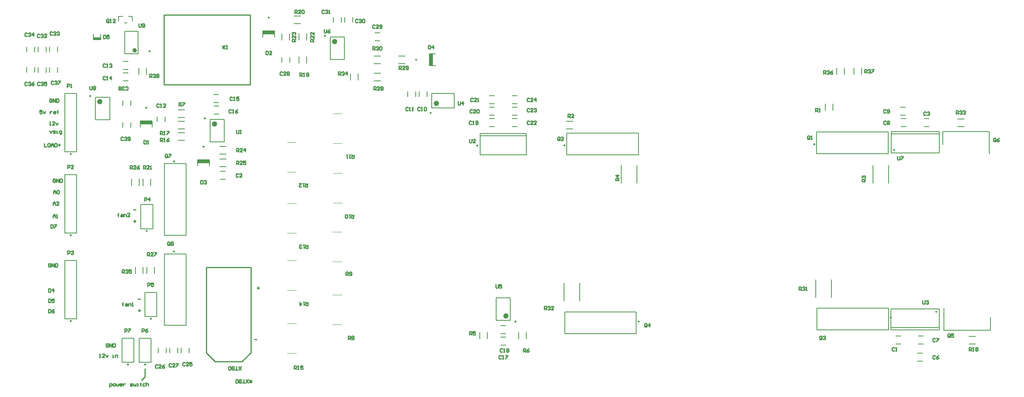
<source format=gbr>
G04*
G04 #@! TF.GenerationSoftware,Altium Limited,Altium Designer,24.1.2 (44)*
G04*
G04 Layer_Color=65535*
%FSLAX25Y25*%
%MOIN*%
G70*
G04*
G04 #@! TF.SameCoordinates,DAD59E85-0841-476F-99BD-E5F442491B29*
G04*
G04*
G04 #@! TF.FilePolarity,Positive*
G04*
G01*
G75*
%ADD10C,0.00984*%
%ADD11C,0.02362*%
%ADD12C,0.01968*%
%ADD13C,0.00787*%
%ADD14C,0.00394*%
%ADD15C,0.01000*%
%ADD16R,0.10236X0.03062*%
%ADD17R,0.03062X0.10236*%
%ADD18R,0.06248X0.02000*%
D10*
X1534075Y525216D02*
G03*
X1534075Y525216I-492J0D01*
G01*
X1417146Y553543D02*
G03*
X1417146Y553543I-492J0D01*
G01*
X1819248Y374727D02*
G03*
X1819248Y374727I-492J0D01*
G01*
X1275492Y636850D02*
G03*
X1275492Y636850I-492J0D01*
G01*
X1404390Y600000D02*
G03*
X1404390Y600000I-492J0D01*
G01*
X1324764Y620847D02*
G03*
X1324764Y620847I-492J0D01*
G01*
X1457854Y525000D02*
G03*
X1457854Y525000I-492J0D01*
G01*
X1192709Y432417D02*
G03*
X1192709Y432417I-492J0D01*
G01*
X1119492Y568347D02*
G03*
X1119492Y568347I-492J0D01*
G01*
X1752366Y526154D02*
G03*
X1752366Y526154I-492J0D01*
G01*
X1822203Y521174D02*
G03*
X1822203Y521174I-492J0D01*
G01*
X1167492Y333638D02*
G03*
X1167492Y333638I-492J0D01*
G01*
X1152492D02*
G03*
X1152492Y333638I-492J0D01*
G01*
X1598799Y371181D02*
G03*
X1598799Y371181I-492J0D01*
G01*
X1171437Y607500D02*
G03*
X1171437Y607500I-492J0D01*
G01*
X1491220Y371153D02*
G03*
X1491220Y371153I-492J0D01*
G01*
X1192709Y511197D02*
G03*
X1192709Y511197I-492J0D01*
G01*
X1102492Y371638D02*
G03*
X1102492Y371638I-492J0D01*
G01*
Y446638D02*
G03*
X1102492Y446638I-492J0D01*
G01*
Y517638D02*
G03*
X1102492Y517638I-492J0D01*
G01*
X1172492Y373638D02*
G03*
X1172492Y373638I-492J0D01*
G01*
X1168890Y450528D02*
G03*
X1168890Y450528I-492J0D01*
G01*
X1858996Y379724D02*
G03*
X1858996Y379724I-492J0D01*
G01*
X1218492Y524102D02*
G03*
X1218492Y524102I-492J0D01*
G01*
X1219764Y548846D02*
G03*
X1219764Y548846I-492J0D01*
G01*
X1168492Y558102D02*
G03*
X1168492Y558102I-492J0D01*
G01*
D11*
X1422776Y561909D02*
G03*
X1422776Y561909I-1181J0D01*
G01*
X1333819Y615906D02*
G03*
X1333819Y615906I-1181J0D01*
G01*
X1128547Y563406D02*
G03*
X1128547Y563406I-1181J0D01*
G01*
X1483543Y376095D02*
G03*
X1483543Y376095I-1181J0D01*
G01*
X1228819Y543905D02*
G03*
X1228819Y543905I-1181J0D01*
G01*
D12*
X1158839Y608209D02*
G03*
X1158839Y608209I-984J0D01*
G01*
D13*
X1535650Y516910D02*
X1598130D01*
Y535886D01*
X1535650D02*
X1598130D01*
X1535650Y516910D02*
Y535886D01*
X1467835Y548543D02*
X1472165D01*
X1467835Y541457D02*
X1472165D01*
X1467835Y568543D02*
X1472165D01*
X1467835Y561457D02*
X1472165D01*
X1467835Y558543D02*
X1472165D01*
X1467835Y551457D02*
X1472165D01*
X1487835D02*
X1492165D01*
X1487835Y558543D02*
X1492165D01*
X1487835Y541457D02*
X1492165D01*
X1487835Y548543D02*
X1492165D01*
X1487835Y561457D02*
X1492165D01*
X1487835Y568543D02*
X1492165D01*
X1154543Y559835D02*
Y564165D01*
X1147457Y559835D02*
Y564165D01*
X1417657Y557972D02*
X1437342D01*
X1417657Y570571D02*
X1437342D01*
X1417657Y557972D02*
Y570571D01*
X1437342Y557972D02*
Y570571D01*
X1367835Y616457D02*
X1372165D01*
X1367835Y623543D02*
X1372165D01*
X1754208Y383034D02*
X1816689D01*
X1754208Y364058D02*
Y383034D01*
Y364058D02*
X1816689D01*
Y383034D01*
X1827323Y551457D02*
X1831654D01*
X1827323Y558543D02*
X1831654D01*
X1827835Y541457D02*
X1832165D01*
X1827835Y548543D02*
X1832165D01*
X1388445Y603346D02*
X1394153D01*
X1388445Y596654D02*
X1394153D01*
X1269882Y625236D02*
X1280118D01*
X1269882Y619976D02*
Y625236D01*
X1280118D02*
X1280118Y625236D01*
Y619976D02*
Y625236D01*
X1297146Y631653D02*
X1302854D01*
X1297146Y638346D02*
X1302854D01*
X1301653Y617146D02*
Y622854D01*
X1308346Y617146D02*
Y622854D01*
X1301653Y597146D02*
Y602854D01*
X1308346Y597146D02*
Y602854D01*
X1331457Y632835D02*
Y637165D01*
X1338543Y632835D02*
Y637165D01*
X1286457Y597835D02*
Y602165D01*
X1293543Y597835D02*
Y602165D01*
X1346653Y582146D02*
Y587854D01*
X1353347Y582146D02*
Y587854D01*
X1367146Y581653D02*
X1372854D01*
X1367146Y588346D02*
X1372854D01*
X1415512Y594882D02*
Y605118D01*
Y594882D02*
X1420772D01*
X1415512Y605118D02*
X1415512Y605118D01*
X1420772D01*
X1328701Y600157D02*
Y619842D01*
X1341299Y600157D02*
Y619842D01*
X1328701D02*
X1341299D01*
X1328701Y600157D02*
X1341299D01*
X1341457Y632835D02*
Y637165D01*
X1348543Y632835D02*
Y637165D01*
X1367146Y603346D02*
X1372854D01*
X1367146Y596654D02*
X1372854D01*
X1459921Y516968D02*
Y535472D01*
X1500079Y516968D02*
Y535472D01*
X1459921Y516968D02*
X1500079D01*
X1459921Y535472D02*
X1500079D01*
X1459921Y533504D02*
X1500079D01*
X1073457Y606835D02*
Y611165D01*
X1080543Y606835D02*
Y611165D01*
X1063457Y606835D02*
Y611165D01*
X1070543Y606835D02*
Y611165D01*
X1083457Y606835D02*
Y611165D01*
X1090543Y606835D02*
Y611165D01*
X1293347Y617146D02*
Y622854D01*
X1286654Y617146D02*
Y622854D01*
X1183909Y430350D02*
X1202886D01*
Y367870D02*
Y430350D01*
X1183909Y367870D02*
X1202886D01*
X1183909D02*
Y430350D01*
X1168653Y413146D02*
Y418854D01*
X1175346Y413146D02*
Y418854D01*
X1158654Y413146D02*
Y418854D01*
X1165347Y413146D02*
Y418854D01*
X1123429Y547657D02*
Y567343D01*
X1136028Y547657D02*
Y567343D01*
X1123429D02*
X1136028D01*
X1123429Y547657D02*
X1136028D01*
X1753941Y517847D02*
Y536824D01*
X1816421D01*
Y517847D02*
Y536824D01*
X1753941Y517847D02*
X1816421D01*
X1819152Y535150D02*
X1861278D01*
X1819152Y537119D02*
X1861278D01*
X1819152Y518615D02*
X1861278D01*
X1819152D02*
Y537119D01*
X1861278Y518615D02*
Y537119D01*
X1864339Y525767D02*
Y537263D01*
X1904851D01*
Y517775D02*
Y537263D01*
X1877146Y541653D02*
X1882854D01*
X1877146Y548347D02*
X1882854D01*
X1847835Y541457D02*
X1852165D01*
X1847835Y548543D02*
X1852165D01*
X1793346Y587146D02*
Y592854D01*
X1786654Y587146D02*
Y592854D01*
X1865195Y363504D02*
Y382992D01*
Y363504D02*
X1905706D01*
Y375000D01*
X1161705Y356591D02*
X1172295D01*
X1161705Y335409D02*
Y356591D01*
Y335409D02*
X1172295D01*
Y356591D01*
X1146705D02*
X1157295D01*
X1146705Y335409D02*
Y356591D01*
Y335409D02*
X1157295D01*
Y356591D01*
X1195543Y343835D02*
Y348165D01*
X1188457Y343835D02*
Y348165D01*
X1185543Y343835D02*
Y348165D01*
X1178457Y343835D02*
Y348165D01*
X1205543Y343835D02*
Y348165D01*
X1198457Y343835D02*
Y348165D01*
X1147457Y540835D02*
Y545165D01*
X1154543Y540835D02*
Y545165D01*
X1778346Y587146D02*
Y592854D01*
X1771654Y587146D02*
Y592854D01*
X1083457Y588835D02*
Y593165D01*
X1090543Y588835D02*
Y593165D01*
X1063457Y589323D02*
Y593653D01*
X1070543Y589323D02*
Y593653D01*
X1073457Y588835D02*
Y593165D01*
X1080543Y588835D02*
Y593165D01*
X1596240Y360512D02*
Y379488D01*
X1533760Y360512D02*
X1596240D01*
X1533760D02*
Y379488D01*
X1596240D01*
X1147835Y581457D02*
X1152165D01*
X1147835Y588543D02*
X1152165D01*
X1160905Y605158D02*
Y624843D01*
X1149094D02*
X1160905D01*
X1149094Y605158D02*
Y624843D01*
Y605158D02*
X1160905D01*
X1147835Y591457D02*
X1152165D01*
X1147835Y598543D02*
X1152165D01*
X1227323Y559543D02*
X1231653D01*
X1227323Y552457D02*
X1231653D01*
X1226835Y569543D02*
X1231165D01*
X1226835Y562457D02*
X1231165D01*
X1477835Y367543D02*
X1482165D01*
X1477835Y360457D02*
X1482165D01*
X1477835Y357543D02*
X1482165D01*
X1477835Y350457D02*
X1482165D01*
X1473701Y391843D02*
X1486299D01*
X1473701Y372158D02*
X1486299D01*
X1473701D02*
Y391843D01*
X1486299Y372158D02*
Y391843D01*
X1583291Y492231D02*
Y507769D01*
X1596709Y492231D02*
Y507769D01*
X1803291Y492231D02*
Y507769D01*
X1816709Y492231D02*
Y507769D01*
X1500346Y356146D02*
Y361854D01*
X1493653Y356146D02*
Y361854D01*
X1466346Y356146D02*
Y361854D01*
X1459653Y356146D02*
Y361854D01*
X1183909Y446650D02*
Y509130D01*
Y446650D02*
X1202886D01*
Y509130D01*
X1183909D02*
X1202886D01*
X1096705Y424590D02*
X1107295D01*
X1096705Y373410D02*
Y424590D01*
Y373410D02*
X1107295D01*
Y424590D01*
X1096705Y499590D02*
X1107295D01*
X1096705Y448410D02*
Y499590D01*
Y448410D02*
X1107295D01*
Y499590D01*
X1096705Y570590D02*
X1107295D01*
X1096705Y519410D02*
Y570590D01*
Y519410D02*
X1107295D01*
Y570590D01*
X1166705Y396590D02*
X1177295D01*
X1166705Y375410D02*
Y396590D01*
Y375410D02*
X1177295D01*
Y396590D01*
X1163102Y473480D02*
X1173693D01*
X1163102Y452299D02*
Y473480D01*
Y452299D02*
X1173693D01*
Y473480D01*
X1171744Y490035D02*
Y495744D01*
X1165051Y490035D02*
Y495744D01*
X1161744Y490035D02*
Y495744D01*
X1155051Y490035D02*
Y495744D01*
X1887146Y351654D02*
X1892854D01*
X1887146Y358347D02*
X1892854D01*
X1232146Y517654D02*
X1237854D01*
X1232146Y524346D02*
X1237854D01*
X1818937Y363779D02*
Y382283D01*
X1861063Y363779D02*
Y382283D01*
X1818937D02*
X1861063D01*
X1818937Y363779D02*
X1861063D01*
X1818937Y365748D02*
X1861063D01*
X1232146Y506653D02*
X1237854D01*
X1232146Y513346D02*
X1237854D01*
X1223118Y507228D02*
Y512488D01*
X1223118Y512488D02*
X1223118Y512488D01*
X1212882Y507228D02*
Y512488D01*
X1223118D01*
X1842835Y358543D02*
X1847165D01*
X1842835Y351457D02*
X1847165D01*
X1842323Y343543D02*
X1846654D01*
X1842323Y336457D02*
X1846654D01*
X1232835Y502543D02*
X1237165D01*
X1232835Y495457D02*
X1237165D01*
X1823347Y351457D02*
X1827677D01*
X1823347Y358543D02*
X1827677D01*
X1403543Y567835D02*
Y572165D01*
X1396457Y567835D02*
Y572165D01*
X1413543Y567835D02*
Y572165D01*
X1406457Y567835D02*
Y572165D01*
X1535146Y546347D02*
X1540854D01*
X1535146Y539653D02*
X1540854D01*
X1768346Y555847D02*
Y561555D01*
X1761654Y555847D02*
Y561555D01*
X1223701Y528158D02*
X1236299D01*
X1223701Y547843D02*
X1236299D01*
Y528158D02*
Y547843D01*
X1223701Y528158D02*
Y547843D01*
X1195846Y556347D02*
X1201555D01*
X1195846Y549653D02*
X1201555D01*
X1546709Y389241D02*
Y404780D01*
X1533291Y389241D02*
Y404780D01*
X1766709Y392231D02*
Y407769D01*
X1753291Y392231D02*
Y407769D01*
X1177457Y545835D02*
Y550165D01*
X1184543Y545835D02*
Y550165D01*
X1173118Y541228D02*
Y546488D01*
X1173118Y546488D02*
X1173118Y546488D01*
X1162882Y541228D02*
Y546488D01*
X1173118D01*
X1195846Y546347D02*
X1201555D01*
X1195846Y539653D02*
X1201555D01*
X1195846Y529654D02*
X1201555D01*
X1195846Y536346D02*
X1201555D01*
X1121949Y617500D02*
X1128051D01*
X1121949D02*
Y622500D01*
X1128051Y617500D02*
Y622500D01*
X1168347Y587146D02*
Y592854D01*
X1161654Y587146D02*
Y592854D01*
X1148826Y632244D02*
X1151174D01*
X1155984Y634026D02*
Y637756D01*
X1144016D02*
X1147424D01*
X1152576D02*
X1155984D01*
X1144016Y634026D02*
Y637756D01*
D14*
X1331063Y527008D02*
X1338937D01*
X1331063Y552992D02*
X1338937D01*
X1331299Y500768D02*
X1339173D01*
X1331299Y474784D02*
X1339173D01*
X1330827Y449488D02*
X1338701D01*
X1330827Y423504D02*
X1338701D01*
X1330827Y394488D02*
X1338701D01*
X1330827Y368504D02*
X1338701D01*
X1291299Y369488D02*
X1299173D01*
X1291299Y343504D02*
X1299173D01*
X1291299Y424488D02*
X1299173D01*
X1291299Y398504D02*
X1299173D01*
X1291299Y474488D02*
X1299173D01*
X1291299Y448504D02*
X1299173D01*
X1291063Y527992D02*
X1298937D01*
X1291063Y502008D02*
X1298937D01*
D15*
X1164000Y320000D02*
X1167000Y323000D01*
Y330000D01*
X1228189Y336311D02*
X1251811D01*
X1252000Y336500D01*
X1259500Y344000D01*
X1220500D02*
X1228189Y336311D01*
X1259500Y344000D02*
Y348028D01*
X1220500Y344000D02*
Y418500D01*
X1220524D02*
X1259500D01*
Y348028D02*
Y418500D01*
X1183583Y639134D02*
X1258780D01*
Y578110D02*
Y639134D01*
X1183583Y578110D02*
X1258780D01*
X1183583D02*
Y639134D01*
X1079000Y526999D02*
Y524000D01*
X1080999D01*
X1083499Y526999D02*
X1082499D01*
X1081999Y526499D01*
Y524500D01*
X1082499Y524000D01*
X1083499D01*
X1083998Y524500D01*
Y526499D01*
X1083499Y526999D01*
X1084998Y524000D02*
Y525999D01*
X1085998Y526999D01*
X1086997Y525999D01*
Y524000D01*
Y525499D01*
X1084998D01*
X1087997Y526999D02*
Y524000D01*
X1089497D01*
X1089996Y524500D01*
Y526499D01*
X1089497Y526999D01*
X1087997D01*
X1090996Y525499D02*
X1092995D01*
X1091996Y526499D02*
Y524500D01*
X1083386Y537996D02*
X1084386Y535996D01*
X1085386Y537996D01*
X1086385Y535996D02*
X1087885D01*
X1088385Y536496D01*
X1087885Y536996D01*
X1086885D01*
X1086385Y537496D01*
X1086885Y537996D01*
X1088385D01*
X1089384Y535996D02*
X1090384D01*
X1089884D01*
Y537996D01*
X1089384D01*
X1092883Y534997D02*
X1093383D01*
X1093883Y535497D01*
Y537996D01*
X1092383D01*
X1091884Y537496D01*
Y536496D01*
X1092383Y535996D01*
X1093883D01*
X1083386Y542997D02*
X1084386D01*
X1083886D01*
Y545996D01*
X1083386Y545496D01*
X1087885Y542997D02*
X1085886D01*
X1087885Y544996D01*
Y545496D01*
X1087385Y545996D01*
X1086385D01*
X1085886Y545496D01*
X1088885Y544996D02*
X1089884Y542997D01*
X1090884Y544996D01*
X1076999Y555999D02*
X1075000D01*
Y554499D01*
X1076000Y554999D01*
X1076499D01*
X1076999Y554499D01*
Y553500D01*
X1076499Y553000D01*
X1075500D01*
X1075000Y553500D01*
X1077999Y554999D02*
X1078999Y553000D01*
X1079998Y554999D01*
X1083997D02*
Y553000D01*
Y554000D01*
X1084497Y554499D01*
X1084997Y554999D01*
X1085497D01*
X1088496Y553000D02*
X1087496D01*
X1086996Y553500D01*
Y554499D01*
X1087496Y554999D01*
X1088496D01*
X1088995Y554499D01*
Y554000D01*
X1086996D01*
X1090495Y553000D02*
Y555499D01*
Y554499D01*
X1089995D01*
X1090995D01*
X1090495D01*
Y555499D01*
X1090995Y555999D01*
X1085386Y565496D02*
X1084886Y565996D01*
X1083886D01*
X1083386Y565496D01*
Y563496D01*
X1083886Y562997D01*
X1084886D01*
X1085386Y563496D01*
Y564496D01*
X1084386D01*
X1086385Y562997D02*
Y565996D01*
X1088385Y562997D01*
Y565996D01*
X1089384D02*
Y562997D01*
X1090884D01*
X1091384Y563496D01*
Y565496D01*
X1090884Y565996D01*
X1089384D01*
X1157000Y459000D02*
X1158999D01*
X1158000Y459999D02*
Y458000D01*
X1157000Y469000D02*
X1158999D01*
X1143500Y463000D02*
Y465499D01*
Y464500D01*
X1143000D01*
X1144000D01*
X1143500D01*
Y465499D01*
X1144000Y465999D01*
X1145999Y464999D02*
X1146999D01*
X1147499Y464500D01*
Y463000D01*
X1145999D01*
X1145499Y463500D01*
X1145999Y464000D01*
X1147499D01*
X1148498Y463000D02*
Y464999D01*
X1149998D01*
X1150498Y464500D01*
Y463000D01*
X1153497D02*
X1151497D01*
X1153497Y464999D01*
Y465499D01*
X1152997Y465999D01*
X1151997D01*
X1151497Y465499D01*
X1147500Y385000D02*
Y387499D01*
Y386500D01*
X1147000D01*
X1148000D01*
X1147500D01*
Y387499D01*
X1148000Y387999D01*
X1149999Y386999D02*
X1150999D01*
X1151499Y386500D01*
Y385000D01*
X1149999D01*
X1149499Y385500D01*
X1149999Y386000D01*
X1151499D01*
X1152498Y385000D02*
Y386999D01*
X1153998D01*
X1154498Y386500D01*
Y385000D01*
X1155497D02*
X1156497D01*
X1155997D01*
Y387999D01*
X1155497Y387499D01*
X1161000Y391000D02*
X1162999D01*
X1161000Y381000D02*
X1162999D01*
X1162000Y381999D02*
Y380000D01*
X1136000Y314000D02*
Y316999D01*
X1137500D01*
X1137999Y316499D01*
Y315499D01*
X1137500Y315000D01*
X1136000D01*
X1139499D02*
X1140499D01*
X1140998Y315499D01*
Y316499D01*
X1140499Y316999D01*
X1139499D01*
X1138999Y316499D01*
Y315499D01*
X1139499Y315000D01*
X1141998Y316999D02*
Y315499D01*
X1142498Y315000D01*
X1142998Y315499D01*
X1143498Y315000D01*
X1143997Y315499D01*
Y316999D01*
X1146497Y315000D02*
X1145497D01*
X1144997Y315499D01*
Y316499D01*
X1145497Y316999D01*
X1146497D01*
X1146996Y316499D01*
Y315999D01*
X1144997D01*
X1147996Y316999D02*
Y315000D01*
Y315999D01*
X1148496Y316499D01*
X1148996Y316999D01*
X1149496D01*
X1153994Y315000D02*
X1155494D01*
X1155993Y315499D01*
X1155494Y315999D01*
X1154494D01*
X1153994Y316499D01*
X1154494Y316999D01*
X1155993D01*
X1156993D02*
Y315499D01*
X1157493Y315000D01*
X1157993Y315499D01*
X1158493Y315000D01*
X1158993Y315499D01*
Y316999D01*
X1159992Y315000D02*
X1160992D01*
X1160492D01*
Y316999D01*
X1159992D01*
X1162991Y317499D02*
Y316999D01*
X1162491D01*
X1163491D01*
X1162991D01*
Y315499D01*
X1163491Y315000D01*
X1166990Y316999D02*
X1165491D01*
X1164991Y316499D01*
Y315499D01*
X1165491Y315000D01*
X1166990D01*
X1167990Y317999D02*
Y315000D01*
Y316499D01*
X1168489Y316999D01*
X1169489D01*
X1169989Y316499D01*
Y315000D01*
X1127000Y340000D02*
X1128000D01*
X1127500D01*
Y342999D01*
X1127000Y342499D01*
X1131499Y340000D02*
X1129499D01*
X1131499Y341999D01*
Y342499D01*
X1130999Y342999D01*
X1129999D01*
X1129499Y342499D01*
X1132498Y341999D02*
X1133498Y340000D01*
X1134498Y341999D01*
X1138496Y340000D02*
X1139496D01*
X1138996D01*
Y341999D01*
X1138496D01*
X1140996Y340000D02*
Y341999D01*
X1142495D01*
X1142995Y341499D01*
Y340000D01*
X1134999Y351499D02*
X1134499Y351999D01*
X1133500D01*
X1133000Y351499D01*
Y349500D01*
X1133500Y349000D01*
X1134499D01*
X1134999Y349500D01*
Y350500D01*
X1134000D01*
X1135999Y349000D02*
Y351999D01*
X1137998Y349000D01*
Y351999D01*
X1138998D02*
Y349000D01*
X1140498D01*
X1140997Y349500D01*
Y351499D01*
X1140498Y351999D01*
X1138998D01*
X1082386Y381996D02*
Y378997D01*
X1083886D01*
X1084386Y379497D01*
Y381496D01*
X1083886Y381996D01*
X1082386D01*
X1087385D02*
X1086385Y381496D01*
X1085385Y380496D01*
Y379497D01*
X1085885Y378997D01*
X1086885D01*
X1087385Y379497D01*
Y379996D01*
X1086885Y380496D01*
X1085385D01*
X1082386Y390996D02*
Y387997D01*
X1083886D01*
X1084386Y388496D01*
Y390496D01*
X1083886Y390996D01*
X1082386D01*
X1087385D02*
X1085385D01*
Y389496D01*
X1086385Y389996D01*
X1086885D01*
X1087385Y389496D01*
Y388496D01*
X1086885Y387997D01*
X1085885D01*
X1085385Y388496D01*
X1082386Y399996D02*
Y396997D01*
X1083886D01*
X1084386Y397497D01*
Y399496D01*
X1083886Y399996D01*
X1082386D01*
X1086885Y396997D02*
Y399996D01*
X1085385Y398496D01*
X1087385D01*
X1084386Y421496D02*
X1083886Y421996D01*
X1082886D01*
X1082386Y421496D01*
Y419496D01*
X1082886Y418997D01*
X1083886D01*
X1084386Y419496D01*
Y420496D01*
X1083386D01*
X1085385Y418997D02*
Y421996D01*
X1087385Y418997D01*
Y421996D01*
X1088385D02*
Y418997D01*
X1089884D01*
X1090384Y419496D01*
Y421496D01*
X1089884Y421996D01*
X1088385D01*
X1088386Y495496D02*
X1087886Y495996D01*
X1086886D01*
X1086386Y495496D01*
Y493497D01*
X1086886Y492997D01*
X1087886D01*
X1088386Y493497D01*
Y494496D01*
X1087386D01*
X1089385Y492997D02*
Y495996D01*
X1091385Y492997D01*
Y495996D01*
X1092385D02*
Y492997D01*
X1093884D01*
X1094384Y493497D01*
Y495496D01*
X1093884Y495996D01*
X1092385D01*
X1084386Y455996D02*
Y452997D01*
X1085886D01*
X1086386Y453497D01*
Y455496D01*
X1085886Y455996D01*
X1084386D01*
X1087385D02*
X1089385D01*
Y455496D01*
X1087385Y453497D01*
Y452997D01*
X1086386Y461997D02*
Y463996D01*
X1087386Y464996D01*
X1088386Y463996D01*
Y461997D01*
Y463496D01*
X1086386D01*
X1089385Y461997D02*
X1090385D01*
X1089885D01*
Y464996D01*
X1089385Y464496D01*
X1086386Y472997D02*
Y474996D01*
X1087386Y475996D01*
X1088386Y474996D01*
Y472997D01*
Y474496D01*
X1086386D01*
X1091385Y472997D02*
X1089385D01*
X1091385Y474996D01*
Y475496D01*
X1090885Y475996D01*
X1089885D01*
X1089385Y475496D01*
X1087000Y483000D02*
Y484999D01*
X1088000Y485999D01*
X1088999Y484999D01*
Y483000D01*
Y484500D01*
X1087000D01*
X1089999Y485499D02*
X1090499Y485999D01*
X1091499D01*
X1091998Y485499D01*
Y483500D01*
X1091499Y483000D01*
X1090499D01*
X1089999Y483500D01*
Y485499D01*
X1262500Y355500D02*
X1264499D01*
X1267000Y400500D02*
X1265001D01*
X1266000Y399501D02*
Y401500D01*
X1251000Y329001D02*
X1249001Y332000D01*
Y329001D02*
X1251000Y332000D01*
X1248001Y329001D02*
X1246002D01*
X1247001D01*
Y332000D01*
X1245002Y331500D02*
X1244502Y332000D01*
X1243502D01*
X1243003Y331500D01*
Y329501D01*
X1243502Y329001D01*
X1244502D01*
X1245002Y329501D01*
Y330001D01*
X1244502Y330501D01*
X1243003D01*
X1242003Y329501D02*
X1241503Y329001D01*
X1240503D01*
X1240004Y329501D01*
Y331500D01*
X1240503Y332000D01*
X1241503D01*
X1242003Y331500D01*
Y329501D01*
X1870500Y358000D02*
Y360000D01*
X1870000Y360500D01*
X1869001D01*
X1868501Y360000D01*
Y358000D01*
X1869001Y357501D01*
X1870000D01*
X1869501Y358500D02*
X1870500Y357501D01*
X1870000D02*
X1870500Y358000D01*
X1873499Y360500D02*
X1871500D01*
Y359000D01*
X1872499Y359500D01*
X1872999D01*
X1873499Y359000D01*
Y358000D01*
X1872999Y357501D01*
X1872000D01*
X1871500Y358000D01*
X1118577Y576849D02*
Y574349D01*
X1119077Y573849D01*
X1120077D01*
X1120577Y574349D01*
Y576849D01*
X1121577Y576349D02*
X1122076Y576849D01*
X1123076D01*
X1123576Y576349D01*
Y575849D01*
X1123076Y575349D01*
X1123576Y574849D01*
Y574349D01*
X1123076Y573849D01*
X1122076D01*
X1121577Y574349D01*
Y574849D01*
X1122076Y575349D01*
X1121577Y575849D01*
Y576349D01*
X1122076Y575349D02*
X1123076D01*
X1450501Y530500D02*
Y528000D01*
X1451001Y527500D01*
X1452000D01*
X1452500Y528000D01*
Y530500D01*
X1455499Y527500D02*
X1453500D01*
X1455499Y529500D01*
Y530000D01*
X1454999Y530500D01*
X1454000D01*
X1453500Y530000D01*
X1796001Y588500D02*
Y591500D01*
X1797501D01*
X1798001Y591000D01*
Y590000D01*
X1797501Y589500D01*
X1796001D01*
X1797001D02*
X1798001Y588500D01*
X1799000Y591000D02*
X1799500Y591500D01*
X1800500D01*
X1801000Y591000D01*
Y590500D01*
X1800500Y590000D01*
X1800000D01*
X1800500D01*
X1801000Y589500D01*
Y589000D01*
X1800500Y588500D01*
X1799500D01*
X1799000Y589000D01*
X1801999Y591500D02*
X1803999D01*
Y591000D01*
X1801999Y589000D01*
Y588500D01*
X1760001Y587500D02*
Y590499D01*
X1761501D01*
X1762001Y590000D01*
Y589000D01*
X1761501Y588500D01*
X1760001D01*
X1761001D02*
X1762001Y587500D01*
X1763000Y590000D02*
X1763500Y590499D01*
X1764500D01*
X1765000Y590000D01*
Y589500D01*
X1764500Y589000D01*
X1764000D01*
X1764500D01*
X1765000Y588500D01*
Y588000D01*
X1764500Y587500D01*
X1763500D01*
X1763000Y588000D01*
X1767999Y590499D02*
X1766999Y590000D01*
X1765999Y589000D01*
Y588000D01*
X1766499Y587500D01*
X1767499D01*
X1767999Y588000D01*
Y588500D01*
X1767499Y589000D01*
X1765999D01*
X1149349Y361949D02*
Y364949D01*
X1150849D01*
X1151348Y364449D01*
Y363449D01*
X1150849Y362949D01*
X1149349D01*
X1152348Y364949D02*
X1154348D01*
Y364449D01*
X1152348Y362449D01*
Y361949D01*
X1164349D02*
Y364949D01*
X1165849D01*
X1166348Y364449D01*
Y363449D01*
X1165849Y362949D01*
X1164349D01*
X1169348Y364949D02*
X1168348Y364449D01*
X1167348Y363449D01*
Y362449D01*
X1167848Y361949D01*
X1168848D01*
X1169348Y362449D01*
Y362949D01*
X1168848Y363449D01*
X1167348D01*
X1148001Y532000D02*
X1147501Y532500D01*
X1146501D01*
X1146001Y532000D01*
Y530000D01*
X1146501Y529500D01*
X1147501D01*
X1148001Y530000D01*
X1149000Y532000D02*
X1149500Y532500D01*
X1150500D01*
X1151000Y532000D01*
Y531500D01*
X1150500Y531000D01*
X1150000D01*
X1150500D01*
X1151000Y530500D01*
Y530000D01*
X1150500Y529500D01*
X1149500D01*
X1149000Y530000D01*
X1151999D02*
X1152499Y529500D01*
X1153499D01*
X1153999Y530000D01*
Y532000D01*
X1153499Y532500D01*
X1152499D01*
X1151999Y532000D01*
Y531500D01*
X1152499Y531000D01*
X1153999D01*
X1149999Y574000D02*
X1150499Y573500D01*
X1151499D01*
X1151999Y574000D01*
Y576000D01*
X1151499Y576500D01*
X1150499D01*
X1149999Y576000D01*
X1149000Y574000D02*
X1148500Y573500D01*
X1147500D01*
X1147000Y574000D01*
Y574500D01*
X1147500Y575000D01*
X1148000D01*
X1147500D01*
X1147000Y575500D01*
Y576000D01*
X1147500Y576500D01*
X1148500D01*
X1149000Y576000D01*
X1146001Y574000D02*
X1145501Y573500D01*
X1144501D01*
X1144001Y574000D01*
Y574500D01*
X1144501Y575000D01*
X1144001Y575500D01*
Y576000D01*
X1144501Y576500D01*
X1145501D01*
X1146001Y576000D01*
Y575500D01*
X1145501Y575000D01*
X1146001Y574500D01*
Y574000D01*
X1145501Y575000D02*
X1144501D01*
X1087001Y581000D02*
X1086501Y581499D01*
X1085501D01*
X1085001Y581000D01*
Y579000D01*
X1085501Y578501D01*
X1086501D01*
X1087001Y579000D01*
X1088000Y581000D02*
X1088500Y581499D01*
X1089500D01*
X1090000Y581000D01*
Y580500D01*
X1089500Y580000D01*
X1089000D01*
X1089500D01*
X1090000Y579500D01*
Y579000D01*
X1089500Y578501D01*
X1088500D01*
X1088000Y579000D01*
X1090999Y581499D02*
X1092999D01*
Y581000D01*
X1090999Y579000D01*
Y578501D01*
X1064001Y580000D02*
X1063501Y580500D01*
X1062501D01*
X1062001Y580000D01*
Y578000D01*
X1062501Y577500D01*
X1063501D01*
X1064001Y578000D01*
X1065000Y580000D02*
X1065500Y580500D01*
X1066500D01*
X1067000Y580000D01*
Y579500D01*
X1066500Y579000D01*
X1066000D01*
X1066500D01*
X1067000Y578500D01*
Y578000D01*
X1066500Y577500D01*
X1065500D01*
X1065000Y578000D01*
X1069999Y580500D02*
X1068999Y580000D01*
X1067999Y579000D01*
Y578000D01*
X1068499Y577500D01*
X1069499D01*
X1069999Y578000D01*
Y578500D01*
X1069499Y579000D01*
X1067999D01*
X1075001Y580000D02*
X1074501Y580500D01*
X1073501D01*
X1073001Y580000D01*
Y578000D01*
X1073501Y577500D01*
X1074501D01*
X1075001Y578000D01*
X1076000Y580000D02*
X1076500Y580500D01*
X1077500D01*
X1078000Y580000D01*
Y579500D01*
X1077500Y579000D01*
X1077000D01*
X1077500D01*
X1078000Y578500D01*
Y578000D01*
X1077500Y577500D01*
X1076500D01*
X1076000Y578000D01*
X1080999Y580500D02*
X1078999D01*
Y579000D01*
X1079999Y579500D01*
X1080499D01*
X1080999Y579000D01*
Y578000D01*
X1080499Y577500D01*
X1079499D01*
X1078999Y578000D01*
X1064001Y623000D02*
X1063501Y623499D01*
X1062501D01*
X1062001Y623000D01*
Y621000D01*
X1062501Y620501D01*
X1063501D01*
X1064001Y621000D01*
X1065000Y623000D02*
X1065500Y623499D01*
X1066500D01*
X1067000Y623000D01*
Y622500D01*
X1066500Y622000D01*
X1066000D01*
X1066500D01*
X1067000Y621500D01*
Y621000D01*
X1066500Y620501D01*
X1065500D01*
X1065000Y621000D01*
X1069499Y620501D02*
Y623499D01*
X1067999Y622000D01*
X1069999D01*
X1086001Y624000D02*
X1085501Y624500D01*
X1084501D01*
X1084001Y624000D01*
Y622000D01*
X1084501Y621500D01*
X1085501D01*
X1086001Y622000D01*
X1087000Y624000D02*
X1087500Y624500D01*
X1088500D01*
X1089000Y624000D01*
Y623500D01*
X1088500Y623000D01*
X1088000D01*
X1088500D01*
X1089000Y622500D01*
Y622000D01*
X1088500Y621500D01*
X1087500D01*
X1087000Y622000D01*
X1089999Y624000D02*
X1090499Y624500D01*
X1091499D01*
X1091999Y624000D01*
Y623500D01*
X1091499Y623000D01*
X1090999D01*
X1091499D01*
X1091999Y622500D01*
Y622000D01*
X1091499Y621500D01*
X1090499D01*
X1089999Y622000D01*
X1075001Y622000D02*
X1074501Y622500D01*
X1073501D01*
X1073001Y622000D01*
Y620000D01*
X1073501Y619500D01*
X1074501D01*
X1075001Y620000D01*
X1076000Y622000D02*
X1076500Y622500D01*
X1077500D01*
X1078000Y622000D01*
Y621500D01*
X1077500Y621000D01*
X1077000D01*
X1077500D01*
X1078000Y620500D01*
Y620000D01*
X1077500Y619500D01*
X1076500D01*
X1076000Y620000D01*
X1080999Y619500D02*
X1078999D01*
X1080999Y621500D01*
Y622000D01*
X1080499Y622500D01*
X1079499D01*
X1078999Y622000D01*
X1323501Y643000D02*
X1323001Y643500D01*
X1322001D01*
X1321501Y643000D01*
Y641000D01*
X1322001Y640500D01*
X1323001D01*
X1323501Y641000D01*
X1324500Y643000D02*
X1325000Y643500D01*
X1326000D01*
X1326499Y643000D01*
Y642500D01*
X1326000Y642000D01*
X1325500D01*
X1326000D01*
X1326499Y641500D01*
Y641000D01*
X1326000Y640500D01*
X1325000D01*
X1324500Y641000D01*
X1327499Y640500D02*
X1328499D01*
X1327999D01*
Y643500D01*
X1327499Y643000D01*
X1353001Y635000D02*
X1352501Y635499D01*
X1351501D01*
X1351001Y635000D01*
Y633000D01*
X1351501Y632501D01*
X1352501D01*
X1353001Y633000D01*
X1354000Y635000D02*
X1354500Y635499D01*
X1355500D01*
X1356000Y635000D01*
Y634500D01*
X1355500Y634000D01*
X1355000D01*
X1355500D01*
X1356000Y633500D01*
Y633000D01*
X1355500Y632501D01*
X1354500D01*
X1354000Y633000D01*
X1356999Y635000D02*
X1357499Y635499D01*
X1358499D01*
X1358999Y635000D01*
Y633000D01*
X1358499Y632501D01*
X1357499D01*
X1356999Y633000D01*
Y635000D01*
X1368001Y630000D02*
X1367501Y630500D01*
X1366501D01*
X1366001Y630000D01*
Y628000D01*
X1366501Y627500D01*
X1367501D01*
X1368001Y628000D01*
X1371000Y627500D02*
X1369000D01*
X1371000Y629500D01*
Y630000D01*
X1370500Y630500D01*
X1369500D01*
X1369000Y630000D01*
X1371999Y628000D02*
X1372499Y627500D01*
X1373499D01*
X1373999Y628000D01*
Y630000D01*
X1373499Y630500D01*
X1372499D01*
X1371999Y630000D01*
Y629500D01*
X1372499Y629000D01*
X1373999D01*
X1287001Y589000D02*
X1286501Y589500D01*
X1285501D01*
X1285001Y589000D01*
Y587000D01*
X1285501Y586501D01*
X1286501D01*
X1287001Y587000D01*
X1290000Y586501D02*
X1288000D01*
X1290000Y588500D01*
Y589000D01*
X1289500Y589500D01*
X1288500D01*
X1288000Y589000D01*
X1290999D02*
X1291499Y589500D01*
X1292499D01*
X1292999Y589000D01*
Y588500D01*
X1292499Y588000D01*
X1292999Y587500D01*
Y587000D01*
X1292499Y586501D01*
X1291499D01*
X1290999Y587000D01*
Y587500D01*
X1291499Y588000D01*
X1290999Y588500D01*
Y589000D01*
X1291499Y588000D02*
X1292499D01*
X1190001Y334000D02*
X1189501Y334500D01*
X1188501D01*
X1188001Y334000D01*
Y332000D01*
X1188501Y331501D01*
X1189501D01*
X1190001Y332000D01*
X1193000Y331501D02*
X1191000D01*
X1193000Y333500D01*
Y334000D01*
X1192500Y334500D01*
X1191500D01*
X1191000Y334000D01*
X1193999Y334500D02*
X1195999D01*
Y334000D01*
X1193999Y332000D01*
Y331501D01*
X1178001Y333000D02*
X1177501Y333500D01*
X1176501D01*
X1176001Y333000D01*
Y331000D01*
X1176501Y330501D01*
X1177501D01*
X1178001Y331000D01*
X1181000Y330501D02*
X1179000D01*
X1181000Y332500D01*
Y333000D01*
X1180500Y333500D01*
X1179500D01*
X1179000Y333000D01*
X1183999Y333500D02*
X1182999Y333000D01*
X1181999Y332000D01*
Y331000D01*
X1182499Y330501D01*
X1183499D01*
X1183999Y331000D01*
Y331500D01*
X1183499Y332000D01*
X1181999D01*
X1202001Y335000D02*
X1201501Y335500D01*
X1200501D01*
X1200001Y335000D01*
Y333000D01*
X1200501Y332501D01*
X1201501D01*
X1202001Y333000D01*
X1205000Y332501D02*
X1203000D01*
X1205000Y334500D01*
Y335000D01*
X1204500Y335500D01*
X1203500D01*
X1203000Y335000D01*
X1207999Y335500D02*
X1205999D01*
Y334000D01*
X1206999Y334500D01*
X1207499D01*
X1207999Y334000D01*
Y333000D01*
X1207499Y332501D01*
X1206499D01*
X1205999Y333000D01*
X1503001Y566000D02*
X1502501Y566500D01*
X1501501D01*
X1501001Y566000D01*
Y564000D01*
X1501501Y563500D01*
X1502501D01*
X1503001Y564000D01*
X1506000Y563500D02*
X1504000D01*
X1506000Y565500D01*
Y566000D01*
X1505500Y566500D01*
X1504500D01*
X1504000Y566000D01*
X1508499Y563500D02*
Y566500D01*
X1506999Y565000D01*
X1508999D01*
X1503001Y557000D02*
X1502501Y557500D01*
X1501501D01*
X1501001Y557000D01*
Y555000D01*
X1501501Y554500D01*
X1502501D01*
X1503001Y555000D01*
X1506000Y554500D02*
X1504000D01*
X1506000Y556500D01*
Y557000D01*
X1505500Y557500D01*
X1504500D01*
X1504000Y557000D01*
X1506999D02*
X1507499Y557500D01*
X1508499D01*
X1508999Y557000D01*
Y556500D01*
X1508499Y556000D01*
X1507999D01*
X1508499D01*
X1508999Y555500D01*
Y555000D01*
X1508499Y554500D01*
X1507499D01*
X1506999Y555000D01*
X1503001Y546000D02*
X1502501Y546499D01*
X1501501D01*
X1501001Y546000D01*
Y544000D01*
X1501501Y543501D01*
X1502501D01*
X1503001Y544000D01*
X1506000Y543501D02*
X1504000D01*
X1506000Y545500D01*
Y546000D01*
X1505500Y546499D01*
X1504500D01*
X1504000Y546000D01*
X1508999Y543501D02*
X1506999D01*
X1508999Y545500D01*
Y546000D01*
X1508499Y546499D01*
X1507499D01*
X1506999Y546000D01*
X1453500Y566000D02*
X1453001Y566500D01*
X1452001D01*
X1451501Y566000D01*
Y564000D01*
X1452001Y563500D01*
X1453001D01*
X1453500Y564000D01*
X1456499Y563500D02*
X1454500D01*
X1456499Y565500D01*
Y566000D01*
X1456000Y566500D01*
X1455000D01*
X1454500Y566000D01*
X1457499Y563500D02*
X1458499D01*
X1457999D01*
Y566500D01*
X1457499Y566000D01*
X1453001Y556000D02*
X1452501Y556499D01*
X1451501D01*
X1451001Y556000D01*
Y554000D01*
X1451501Y553501D01*
X1452501D01*
X1453001Y554000D01*
X1456000Y553501D02*
X1454000D01*
X1456000Y555500D01*
Y556000D01*
X1455500Y556499D01*
X1454500D01*
X1454000Y556000D01*
X1456999D02*
X1457499Y556499D01*
X1458499D01*
X1458999Y556000D01*
Y554000D01*
X1458499Y553501D01*
X1457499D01*
X1456999Y554000D01*
Y556000D01*
X1452251Y546000D02*
X1451751Y546499D01*
X1450751D01*
X1450251Y546000D01*
Y544000D01*
X1450751Y543501D01*
X1451751D01*
X1452251Y544000D01*
X1453250Y543501D02*
X1454250D01*
X1453750D01*
Y546499D01*
X1453250Y546000D01*
X1455749Y544000D02*
X1456249Y543501D01*
X1457249D01*
X1457749Y544000D01*
Y546000D01*
X1457249Y546499D01*
X1456249D01*
X1455749Y546000D01*
Y545500D01*
X1456249Y545000D01*
X1457749D01*
X1479251Y347000D02*
X1478751Y347499D01*
X1477751D01*
X1477251Y347000D01*
Y345000D01*
X1477751Y344500D01*
X1478751D01*
X1479251Y345000D01*
X1480250Y344500D02*
X1481250D01*
X1480750D01*
Y347499D01*
X1480250Y347000D01*
X1482749D02*
X1483249Y347499D01*
X1484249D01*
X1484749Y347000D01*
Y346500D01*
X1484249Y346000D01*
X1484749Y345500D01*
Y345000D01*
X1484249Y344500D01*
X1483249D01*
X1482749Y345000D01*
Y345500D01*
X1483249Y346000D01*
X1482749Y346500D01*
Y347000D01*
X1483249Y346000D02*
X1484249D01*
X1478251Y341000D02*
X1477751Y341499D01*
X1476751D01*
X1476251Y341000D01*
Y339000D01*
X1476751Y338500D01*
X1477751D01*
X1478251Y339000D01*
X1479250Y338500D02*
X1480250D01*
X1479750D01*
Y341499D01*
X1479250Y341000D01*
X1481749Y341499D02*
X1483749D01*
Y341000D01*
X1481749Y339000D01*
Y338500D01*
X1242251Y556000D02*
X1241751Y556499D01*
X1240751D01*
X1240251Y556000D01*
Y554000D01*
X1240751Y553501D01*
X1241751D01*
X1242251Y554000D01*
X1243250Y553501D02*
X1244250D01*
X1243750D01*
Y556499D01*
X1243250Y556000D01*
X1247749Y556499D02*
X1246749Y556000D01*
X1245749Y555000D01*
Y554000D01*
X1246249Y553501D01*
X1247249D01*
X1247749Y554000D01*
Y554500D01*
X1247249Y555000D01*
X1245749D01*
X1243251Y567000D02*
X1242751Y567499D01*
X1241751D01*
X1241251Y567000D01*
Y565000D01*
X1241751Y564501D01*
X1242751D01*
X1243251Y565000D01*
X1244250Y564501D02*
X1245250D01*
X1244750D01*
Y567499D01*
X1244250Y567000D01*
X1248749Y567499D02*
X1246749D01*
Y566000D01*
X1247749Y566500D01*
X1248249D01*
X1248749Y566000D01*
Y565000D01*
X1248249Y564501D01*
X1247249D01*
X1246749Y565000D01*
X1161501Y631499D02*
Y629000D01*
X1162001Y628501D01*
X1163000D01*
X1163500Y629000D01*
Y631499D01*
X1164500Y629000D02*
X1165000Y628501D01*
X1165999D01*
X1166499Y629000D01*
Y631000D01*
X1165999Y631499D01*
X1165000D01*
X1164500Y631000D01*
Y630500D01*
X1165000Y630000D01*
X1166499D01*
X1824501Y515499D02*
Y513000D01*
X1825001Y512500D01*
X1826000D01*
X1826500Y513000D01*
Y515499D01*
X1827500D02*
X1829499D01*
Y515000D01*
X1827500Y513000D01*
Y512500D01*
X1323501Y626500D02*
Y624000D01*
X1324001Y623500D01*
X1325000D01*
X1325500Y624000D01*
Y626500D01*
X1328499D02*
X1327499Y626000D01*
X1326500Y625000D01*
Y624000D01*
X1327000Y623500D01*
X1327999D01*
X1328499Y624000D01*
Y624500D01*
X1327999Y625000D01*
X1326500D01*
X1473501Y403500D02*
Y401000D01*
X1474001Y400500D01*
X1475000D01*
X1475500Y401000D01*
Y403500D01*
X1478499D02*
X1476500D01*
Y402000D01*
X1477499Y402500D01*
X1477999D01*
X1478499Y402000D01*
Y401000D01*
X1477999Y400500D01*
X1477000D01*
X1476500Y401000D01*
X1440501Y563499D02*
Y561000D01*
X1441001Y560500D01*
X1442000D01*
X1442500Y561000D01*
Y563499D01*
X1444999Y560500D02*
Y563499D01*
X1443500Y562000D01*
X1445499D01*
X1846501Y389499D02*
Y387000D01*
X1847001Y386501D01*
X1848000D01*
X1848500Y387000D01*
Y389499D01*
X1849500Y389000D02*
X1850000Y389499D01*
X1850999D01*
X1851499Y389000D01*
Y388500D01*
X1850999Y388000D01*
X1850500D01*
X1850999D01*
X1851499Y387500D01*
Y387000D01*
X1850999Y386501D01*
X1850000D01*
X1849500Y387000D01*
X1247001Y538499D02*
Y536000D01*
X1247501Y535500D01*
X1248500D01*
X1249000Y536000D01*
Y538499D01*
X1250000Y535500D02*
X1250999D01*
X1250500D01*
Y538499D01*
X1250000Y538000D01*
X1171001Y584501D02*
Y587500D01*
X1172501D01*
X1173001Y587000D01*
Y586000D01*
X1172501Y585500D01*
X1171001D01*
X1172001D02*
X1173001Y584501D01*
X1174000Y587000D02*
X1174500Y587500D01*
X1175500D01*
X1176000Y587000D01*
Y586500D01*
X1175500Y586000D01*
X1175000D01*
X1175500D01*
X1176000Y585500D01*
Y585000D01*
X1175500Y584501D01*
X1174500D01*
X1174000Y585000D01*
X1176999Y587000D02*
X1177499Y587500D01*
X1178499D01*
X1178999Y587000D01*
Y586500D01*
X1178499Y586000D01*
X1178999Y585500D01*
Y585000D01*
X1178499Y584501D01*
X1177499D01*
X1176999Y585000D01*
Y585500D01*
X1177499Y586000D01*
X1176999Y586500D01*
Y587000D01*
X1177499Y586000D02*
X1178499D01*
X1147001Y413500D02*
Y416500D01*
X1148501D01*
X1149001Y416000D01*
Y415000D01*
X1148501Y414500D01*
X1147001D01*
X1148001D02*
X1149001Y413500D01*
X1150000Y416000D02*
X1150500Y416500D01*
X1151500D01*
X1152000Y416000D01*
Y415500D01*
X1151500Y415000D01*
X1151000D01*
X1151500D01*
X1152000Y414500D01*
Y414000D01*
X1151500Y413500D01*
X1150500D01*
X1150000Y414000D01*
X1154999Y416500D02*
X1152999D01*
Y415000D01*
X1153999Y415500D01*
X1154499D01*
X1154999Y415000D01*
Y414000D01*
X1154499Y413500D01*
X1153499D01*
X1152999Y414000D01*
X1336001Y586501D02*
Y589500D01*
X1337501D01*
X1338001Y589000D01*
Y588000D01*
X1337501Y587500D01*
X1336001D01*
X1337001D02*
X1338001Y586501D01*
X1339000Y589000D02*
X1339500Y589500D01*
X1340500D01*
X1341000Y589000D01*
Y588500D01*
X1340500Y588000D01*
X1340000D01*
X1340500D01*
X1341000Y587500D01*
Y587000D01*
X1340500Y586501D01*
X1339500D01*
X1339000Y587000D01*
X1343499Y586501D02*
Y589500D01*
X1341999Y588000D01*
X1343999D01*
X1876001Y552500D02*
Y555500D01*
X1877501D01*
X1878001Y555000D01*
Y554000D01*
X1877501Y553500D01*
X1876001D01*
X1877001D02*
X1878001Y552500D01*
X1879000Y555000D02*
X1879500Y555500D01*
X1880500D01*
X1881000Y555000D01*
Y554500D01*
X1880500Y554000D01*
X1880000D01*
X1880500D01*
X1881000Y553500D01*
Y553000D01*
X1880500Y552500D01*
X1879500D01*
X1879000Y553000D01*
X1881999Y555000D02*
X1882499Y555500D01*
X1883499D01*
X1883999Y555000D01*
Y554500D01*
X1883499Y554000D01*
X1882999D01*
X1883499D01*
X1883999Y553500D01*
Y553000D01*
X1883499Y552500D01*
X1882499D01*
X1881999Y553000D01*
X1516001Y381501D02*
Y384500D01*
X1517501D01*
X1518001Y384000D01*
Y383000D01*
X1517501Y382500D01*
X1516001D01*
X1517001D02*
X1518001Y381501D01*
X1519000Y384000D02*
X1519500Y384500D01*
X1520500D01*
X1521000Y384000D01*
Y383500D01*
X1520500Y383000D01*
X1520000D01*
X1520500D01*
X1521000Y382500D01*
Y382000D01*
X1520500Y381501D01*
X1519500D01*
X1519000Y382000D01*
X1523999Y381501D02*
X1521999D01*
X1523999Y383500D01*
Y384000D01*
X1523499Y384500D01*
X1522499D01*
X1521999Y384000D01*
X1738501Y398500D02*
Y401500D01*
X1740001D01*
X1740500Y401000D01*
Y400000D01*
X1740001Y399500D01*
X1738501D01*
X1739501D02*
X1740500Y398500D01*
X1741500Y401000D02*
X1742000Y401500D01*
X1743000D01*
X1743500Y401000D01*
Y400500D01*
X1743000Y400000D01*
X1742500D01*
X1743000D01*
X1743500Y399500D01*
Y399000D01*
X1743000Y398500D01*
X1742000D01*
X1741500Y399000D01*
X1744499Y398500D02*
X1745499D01*
X1744999D01*
Y401500D01*
X1744499Y401000D01*
X1366001Y608500D02*
Y611500D01*
X1367501D01*
X1368001Y611000D01*
Y610000D01*
X1367501Y609500D01*
X1366001D01*
X1367001D02*
X1368001Y608500D01*
X1369000Y611000D02*
X1369500Y611500D01*
X1370500D01*
X1371000Y611000D01*
Y610500D01*
X1370500Y610000D01*
X1370000D01*
X1370500D01*
X1371000Y609500D01*
Y609000D01*
X1370500Y608500D01*
X1369500D01*
X1369000Y609000D01*
X1371999Y611000D02*
X1372499Y611500D01*
X1373499D01*
X1373999Y611000D01*
Y609000D01*
X1373499Y608500D01*
X1372499D01*
X1371999Y609000D01*
Y611000D01*
X1389001Y591501D02*
Y594499D01*
X1390501D01*
X1391001Y594000D01*
Y593000D01*
X1390501Y592500D01*
X1389001D01*
X1390001D02*
X1391001Y591501D01*
X1394000D02*
X1392000D01*
X1394000Y593500D01*
Y594000D01*
X1393500Y594499D01*
X1392500D01*
X1392000Y594000D01*
X1394999Y592000D02*
X1395499Y591501D01*
X1396499D01*
X1396999Y592000D01*
Y594000D01*
X1396499Y594499D01*
X1395499D01*
X1394999Y594000D01*
Y593500D01*
X1395499Y593000D01*
X1396999D01*
X1367001Y573500D02*
Y576500D01*
X1368501D01*
X1369001Y576000D01*
Y575000D01*
X1368501Y574500D01*
X1367001D01*
X1368001D02*
X1369001Y573500D01*
X1372000D02*
X1370000D01*
X1372000Y575500D01*
Y576000D01*
X1371500Y576500D01*
X1370500D01*
X1370000Y576000D01*
X1372999D02*
X1373499Y576500D01*
X1374499D01*
X1374999Y576000D01*
Y575500D01*
X1374499Y575000D01*
X1374999Y574500D01*
Y574000D01*
X1374499Y573500D01*
X1373499D01*
X1372999Y574000D01*
Y574500D01*
X1373499Y575000D01*
X1372999Y575500D01*
Y576000D01*
X1373499Y575000D02*
X1374499D01*
X1169001Y428501D02*
Y431499D01*
X1170501D01*
X1171001Y431000D01*
Y430000D01*
X1170501Y429500D01*
X1169001D01*
X1170001D02*
X1171001Y428501D01*
X1174000D02*
X1172000D01*
X1174000Y430500D01*
Y431000D01*
X1173500Y431499D01*
X1172500D01*
X1172000Y431000D01*
X1174999Y431499D02*
X1176999D01*
Y431000D01*
X1174999Y429000D01*
Y428501D01*
X1154001Y504500D02*
Y507500D01*
X1155501D01*
X1156001Y507000D01*
Y506000D01*
X1155501Y505500D01*
X1154001D01*
X1155001D02*
X1156001Y504500D01*
X1159000D02*
X1157000D01*
X1159000Y506500D01*
Y507000D01*
X1158500Y507500D01*
X1157500D01*
X1157000Y507000D01*
X1161999Y507500D02*
X1160999Y507000D01*
X1159999Y506000D01*
Y505000D01*
X1160499Y504500D01*
X1161499D01*
X1161999Y505000D01*
Y505500D01*
X1161499Y506000D01*
X1159999D01*
X1247001Y508500D02*
Y511500D01*
X1248501D01*
X1249001Y511000D01*
Y510000D01*
X1248501Y509500D01*
X1247001D01*
X1248001D02*
X1249001Y508500D01*
X1252000D02*
X1250000D01*
X1252000Y510500D01*
Y511000D01*
X1251500Y511500D01*
X1250500D01*
X1250000Y511000D01*
X1254999Y511500D02*
X1252999D01*
Y510000D01*
X1253999Y510500D01*
X1254499D01*
X1254999Y510000D01*
Y509000D01*
X1254499Y508500D01*
X1253499D01*
X1252999Y509000D01*
X1247001Y519500D02*
Y522500D01*
X1248501D01*
X1249001Y522000D01*
Y521000D01*
X1248501Y520500D01*
X1247001D01*
X1248001D02*
X1249001Y519500D01*
X1252000D02*
X1250000D01*
X1252000Y521500D01*
Y522000D01*
X1251500Y522500D01*
X1250500D01*
X1250000Y522000D01*
X1254499Y519500D02*
Y522500D01*
X1252999Y521000D01*
X1254999D01*
X1298499Y616001D02*
X1295500D01*
Y617501D01*
X1296000Y618001D01*
X1297000D01*
X1297500Y617501D01*
Y616001D01*
Y617001D02*
X1298499Y618001D01*
Y621000D02*
Y619000D01*
X1296500Y621000D01*
X1296000D01*
X1295500Y620500D01*
Y619500D01*
X1296000Y619000D01*
Y621999D02*
X1295500Y622499D01*
Y623499D01*
X1296000Y623999D01*
X1296500D01*
X1297000Y623499D01*
Y622999D01*
Y623499D01*
X1297500Y623999D01*
X1298000D01*
X1298499Y623499D01*
Y622499D01*
X1298000Y621999D01*
X1314499Y616001D02*
X1311500D01*
Y617501D01*
X1312000Y618001D01*
X1313000D01*
X1313500Y617501D01*
Y616001D01*
Y617001D02*
X1314499Y618001D01*
Y621000D02*
Y619000D01*
X1312500Y621000D01*
X1312000D01*
X1311500Y620500D01*
Y619500D01*
X1312000Y619000D01*
X1314499Y623999D02*
Y621999D01*
X1312500Y623999D01*
X1312000D01*
X1311500Y623499D01*
Y622499D01*
X1312000Y621999D01*
X1165501Y504500D02*
Y507500D01*
X1167001D01*
X1167500Y507000D01*
Y506000D01*
X1167001Y505500D01*
X1165501D01*
X1166501D02*
X1167500Y504500D01*
X1170500D02*
X1168500D01*
X1170500Y506500D01*
Y507000D01*
X1170000Y507500D01*
X1169000D01*
X1168500Y507000D01*
X1171499Y504500D02*
X1172499D01*
X1171999D01*
Y507500D01*
X1171499Y507000D01*
X1298001Y640500D02*
Y643500D01*
X1299501D01*
X1300001Y643000D01*
Y642000D01*
X1299501Y641500D01*
X1298001D01*
X1299001D02*
X1300001Y640500D01*
X1303000D02*
X1301000D01*
X1303000Y642500D01*
Y643000D01*
X1302500Y643500D01*
X1301500D01*
X1301000Y643000D01*
X1303999D02*
X1304499Y643500D01*
X1305499D01*
X1305999Y643000D01*
Y641000D01*
X1305499Y640500D01*
X1304499D01*
X1303999Y641000D01*
Y643000D01*
X1302251Y585500D02*
Y588499D01*
X1303751D01*
X1304251Y588000D01*
Y587000D01*
X1303751Y586500D01*
X1302251D01*
X1303251D02*
X1304251Y585500D01*
X1305250D02*
X1306250D01*
X1305750D01*
Y588499D01*
X1305250Y588000D01*
X1307749Y586000D02*
X1308249Y585500D01*
X1309249D01*
X1309749Y586000D01*
Y588000D01*
X1309249Y588499D01*
X1308249D01*
X1307749Y588000D01*
Y587500D01*
X1308249Y587000D01*
X1309749D01*
X1887251Y345500D02*
Y348499D01*
X1888751D01*
X1889251Y348000D01*
Y347000D01*
X1888751Y346500D01*
X1887251D01*
X1888251D02*
X1889251Y345500D01*
X1890250D02*
X1891250D01*
X1890750D01*
Y348499D01*
X1890250Y348000D01*
X1892749D02*
X1893249Y348499D01*
X1894249D01*
X1894749Y348000D01*
Y347500D01*
X1894249Y347000D01*
X1894749Y346500D01*
Y346000D01*
X1894249Y345500D01*
X1893249D01*
X1892749Y346000D01*
Y346500D01*
X1893249Y347000D01*
X1892749Y347500D01*
Y348000D01*
X1893249Y347000D02*
X1894249D01*
X1180251Y534501D02*
Y537500D01*
X1181751D01*
X1182251Y537000D01*
Y536000D01*
X1181751Y535500D01*
X1180251D01*
X1181251D02*
X1182251Y534501D01*
X1183250D02*
X1184250D01*
X1183750D01*
Y537500D01*
X1183250Y537000D01*
X1185749Y537500D02*
X1187749D01*
Y537000D01*
X1185749Y535000D01*
Y534501D01*
X1180251Y528501D02*
Y531499D01*
X1181751D01*
X1182251Y531000D01*
Y530000D01*
X1181751Y529500D01*
X1180251D01*
X1181251D02*
X1182251Y528501D01*
X1183250D02*
X1184250D01*
X1183750D01*
Y531499D01*
X1183250Y531000D01*
X1187749Y531499D02*
X1186749Y531000D01*
X1185749Y530000D01*
Y529000D01*
X1186249Y528501D01*
X1187249D01*
X1187749Y529000D01*
Y529500D01*
X1187249Y530000D01*
X1185749D01*
X1297251Y329501D02*
Y332500D01*
X1298751D01*
X1299251Y332000D01*
Y331000D01*
X1298751Y330500D01*
X1297251D01*
X1298251D02*
X1299251Y329501D01*
X1300250D02*
X1301250D01*
X1300750D01*
Y332500D01*
X1300250Y332000D01*
X1304749Y332500D02*
X1302749D01*
Y331000D01*
X1303749Y331500D01*
X1304249D01*
X1304749Y331000D01*
Y330000D01*
X1304249Y329501D01*
X1303249D01*
X1302749Y330000D01*
X1309237Y388347D02*
Y385348D01*
X1307738D01*
X1307238Y385847D01*
Y386847D01*
X1307738Y387347D01*
X1309237D01*
X1308238D02*
X1307238Y388347D01*
X1306238D02*
X1305239D01*
X1305739D01*
Y385348D01*
X1306238Y385847D01*
X1302240Y388347D02*
Y385348D01*
X1303739Y386847D01*
X1301740D01*
X1309237Y438346D02*
Y435348D01*
X1307738D01*
X1307238Y435847D01*
Y436847D01*
X1307738Y437347D01*
X1309237D01*
X1308238D02*
X1307238Y438346D01*
X1306238D02*
X1305239D01*
X1305739D01*
Y435348D01*
X1306238Y435847D01*
X1303739D02*
X1303239Y435348D01*
X1302240D01*
X1301740Y435847D01*
Y436347D01*
X1302240Y436847D01*
X1302740D01*
X1302240D01*
X1301740Y437347D01*
Y437847D01*
X1302240Y438346D01*
X1303239D01*
X1303739Y437847D01*
X1309001Y491851D02*
Y488851D01*
X1307502D01*
X1307002Y489351D01*
Y490351D01*
X1307502Y490851D01*
X1309001D01*
X1308002D02*
X1307002Y491851D01*
X1306002D02*
X1305002D01*
X1305502D01*
Y488851D01*
X1306002Y489351D01*
X1301504Y491851D02*
X1303503D01*
X1301504Y489851D01*
Y489351D01*
X1302003Y488851D01*
X1303003D01*
X1303503Y489351D01*
X1349501Y516851D02*
Y513851D01*
X1348001D01*
X1347502Y514351D01*
Y515351D01*
X1348001Y515851D01*
X1349501D01*
X1348501D02*
X1347502Y516851D01*
X1346502D02*
X1345502D01*
X1346002D01*
Y513851D01*
X1346502Y514351D01*
X1344003Y516851D02*
X1343003D01*
X1343503D01*
Y513851D01*
X1344003Y514351D01*
X1349237Y464626D02*
Y461627D01*
X1347738D01*
X1347238Y462127D01*
Y463127D01*
X1347738Y463626D01*
X1349237D01*
X1348238D02*
X1347238Y464626D01*
X1346238D02*
X1345239D01*
X1345739D01*
Y461627D01*
X1346238Y462127D01*
X1343739D02*
X1343239Y461627D01*
X1342240D01*
X1341740Y462127D01*
Y464126D01*
X1342240Y464626D01*
X1343239D01*
X1343739Y464126D01*
Y462127D01*
X1342501Y411501D02*
Y414500D01*
X1344000D01*
X1344500Y414000D01*
Y413000D01*
X1344000Y412500D01*
X1342501D01*
X1343501D02*
X1344500Y411501D01*
X1345500Y412000D02*
X1346000Y411501D01*
X1346999D01*
X1347499Y412000D01*
Y414000D01*
X1346999Y414500D01*
X1346000D01*
X1345500Y414000D01*
Y413500D01*
X1346000Y413000D01*
X1347499D01*
X1344501Y355501D02*
Y358500D01*
X1346000D01*
X1346500Y358000D01*
Y357000D01*
X1346000Y356500D01*
X1344501D01*
X1345500D02*
X1346500Y355501D01*
X1347500Y358000D02*
X1348000Y358500D01*
X1348999D01*
X1349499Y358000D01*
Y357500D01*
X1348999Y357000D01*
X1349499Y356500D01*
Y356000D01*
X1348999Y355501D01*
X1348000D01*
X1347500Y356000D01*
Y356500D01*
X1348000Y357000D01*
X1347500Y357500D01*
Y358000D01*
X1348000Y357000D02*
X1348999D01*
X1196501Y559501D02*
Y562500D01*
X1198000D01*
X1198500Y562000D01*
Y561000D01*
X1198000Y560500D01*
X1196501D01*
X1197501D02*
X1198500Y559501D01*
X1199500Y562500D02*
X1201499D01*
Y562000D01*
X1199500Y560000D01*
Y559501D01*
X1497501Y344500D02*
Y347499D01*
X1499000D01*
X1499500Y347000D01*
Y346000D01*
X1499000Y345500D01*
X1497501D01*
X1498501D02*
X1499500Y344500D01*
X1502499Y347499D02*
X1501499Y347000D01*
X1500500Y346000D01*
Y345000D01*
X1501000Y344500D01*
X1501999D01*
X1502499Y345000D01*
Y345500D01*
X1501999Y346000D01*
X1500500D01*
X1450501Y359501D02*
Y362499D01*
X1452000D01*
X1452500Y362000D01*
Y361000D01*
X1452000Y360500D01*
X1450501D01*
X1451501D02*
X1452500Y359501D01*
X1455499Y362499D02*
X1453500D01*
Y361000D01*
X1454500Y361500D01*
X1454999D01*
X1455499Y361000D01*
Y360000D01*
X1454999Y359501D01*
X1454000D01*
X1453500Y360000D01*
X1581351Y494449D02*
X1578351D01*
Y495949D01*
X1578851Y496449D01*
X1579851D01*
X1580351Y495949D01*
Y494449D01*
Y495449D02*
X1581351Y496449D01*
Y498948D02*
X1578351D01*
X1579851Y497448D01*
Y499448D01*
X1796499Y493501D02*
X1793501D01*
Y495000D01*
X1794000Y495500D01*
X1795000D01*
X1795500Y495000D01*
Y493501D01*
Y494500D02*
X1796499Y495500D01*
X1794000Y496500D02*
X1793501Y497000D01*
Y497999D01*
X1794000Y498499D01*
X1794500D01*
X1795000Y497999D01*
Y497500D01*
Y497999D01*
X1795500Y498499D01*
X1796000D01*
X1796499Y497999D01*
Y497000D01*
X1796000Y496500D01*
X1536501Y549501D02*
Y552499D01*
X1538000D01*
X1538500Y552000D01*
Y551000D01*
X1538000Y550500D01*
X1536501D01*
X1537500D02*
X1538500Y549501D01*
X1541499D02*
X1539500D01*
X1541499Y551500D01*
Y552000D01*
X1540999Y552499D01*
X1540000D01*
X1539500Y552000D01*
X1753001Y554500D02*
Y557500D01*
X1754500D01*
X1755000Y557000D01*
Y556000D01*
X1754500Y555500D01*
X1753001D01*
X1754000D02*
X1755000Y554500D01*
X1756000D02*
X1756999D01*
X1756499D01*
Y557500D01*
X1756000Y557000D01*
X1135251Y633000D02*
Y635000D01*
X1134751Y635499D01*
X1133751D01*
X1133251Y635000D01*
Y633000D01*
X1133751Y632501D01*
X1134751D01*
X1134251Y633500D02*
X1135251Y632501D01*
X1134751D02*
X1135251Y633000D01*
X1136250Y632501D02*
X1137250D01*
X1136750D01*
Y635499D01*
X1136250Y635000D01*
X1140749Y632501D02*
X1138749D01*
X1140749Y634500D01*
Y635000D01*
X1140249Y635499D01*
X1139249D01*
X1138749Y635000D01*
X1188646Y438360D02*
Y440359D01*
X1188146Y440859D01*
X1187147D01*
X1186647Y440359D01*
Y438360D01*
X1187147Y437860D01*
X1188146D01*
X1187646Y438859D02*
X1188646Y437860D01*
X1188146D02*
X1188646Y438360D01*
X1189646Y440359D02*
X1190146Y440859D01*
X1191145D01*
X1191645Y440359D01*
Y439859D01*
X1191145Y439359D01*
X1191645Y438859D01*
Y438360D01*
X1191145Y437860D01*
X1190146D01*
X1189646Y438360D01*
Y438859D01*
X1190146Y439359D01*
X1189646Y439859D01*
Y440359D01*
X1190146Y439359D02*
X1191145D01*
X1186500Y515000D02*
Y517000D01*
X1186000Y517499D01*
X1185001D01*
X1184501Y517000D01*
Y515000D01*
X1185001Y514501D01*
X1186000D01*
X1185501Y515500D02*
X1186500Y514501D01*
X1186000D02*
X1186500Y515000D01*
X1187500Y517499D02*
X1189499D01*
Y517000D01*
X1187500Y515000D01*
Y514501D01*
X1910500Y529000D02*
Y531000D01*
X1910000Y531499D01*
X1909001D01*
X1908501Y531000D01*
Y529000D01*
X1909001Y528501D01*
X1910000D01*
X1909501Y529500D02*
X1910500Y528501D01*
X1910000D02*
X1910500Y529000D01*
X1913499Y531499D02*
X1912499Y531000D01*
X1911500Y530000D01*
Y529000D01*
X1912000Y528501D01*
X1912999D01*
X1913499Y529000D01*
Y529500D01*
X1912999Y530000D01*
X1911500D01*
X1605500Y367000D02*
Y369000D01*
X1605000Y369499D01*
X1604001D01*
X1603501Y369000D01*
Y367000D01*
X1604001Y366500D01*
X1605000D01*
X1604501Y367500D02*
X1605500Y366500D01*
X1605000D02*
X1605500Y367000D01*
X1607999Y366500D02*
Y369499D01*
X1606500Y368000D01*
X1608499D01*
X1758500Y356000D02*
Y358000D01*
X1758000Y358500D01*
X1757001D01*
X1756501Y358000D01*
Y356000D01*
X1757001Y355501D01*
X1758000D01*
X1757500Y356500D02*
X1758500Y355501D01*
X1758000D02*
X1758500Y356000D01*
X1759500Y358000D02*
X1760000Y358500D01*
X1760999D01*
X1761499Y358000D01*
Y357500D01*
X1760999Y357000D01*
X1760500D01*
X1760999D01*
X1761499Y356500D01*
Y356000D01*
X1760999Y355501D01*
X1760000D01*
X1759500Y356000D01*
X1529500Y530000D02*
Y532000D01*
X1529000Y532500D01*
X1528001D01*
X1527501Y532000D01*
Y530000D01*
X1528001Y529500D01*
X1529000D01*
X1528500Y530500D02*
X1529500Y529500D01*
X1529000D02*
X1529500Y530000D01*
X1532499Y529500D02*
X1530500D01*
X1532499Y531500D01*
Y532000D01*
X1531999Y532500D01*
X1531000D01*
X1530500Y532000D01*
X1748000Y531000D02*
Y533000D01*
X1747500Y533499D01*
X1746501D01*
X1746001Y533000D01*
Y531000D01*
X1746501Y530501D01*
X1747500D01*
X1747000Y531500D02*
X1748000Y530501D01*
X1747500D02*
X1748000Y531000D01*
X1749000Y530501D02*
X1749999D01*
X1749500D01*
Y533499D01*
X1749000Y533000D01*
X1169349Y401950D02*
Y404949D01*
X1170849D01*
X1171348Y404449D01*
Y403449D01*
X1170849Y402949D01*
X1169349D01*
X1174348Y404949D02*
X1172348D01*
Y403449D01*
X1173348Y403949D01*
X1173848D01*
X1174348Y403449D01*
Y402449D01*
X1173848Y401950D01*
X1172848D01*
X1172348Y402449D01*
X1166501Y476501D02*
Y479499D01*
X1168000D01*
X1168500Y479000D01*
Y478000D01*
X1168000Y477500D01*
X1166501D01*
X1170999Y476501D02*
Y479499D01*
X1169500Y478000D01*
X1171499D01*
X1099349Y429950D02*
Y432948D01*
X1100849D01*
X1101348Y432449D01*
Y431449D01*
X1100849Y430949D01*
X1099349D01*
X1102348Y432449D02*
X1102848Y432948D01*
X1103848D01*
X1104348Y432449D01*
Y431949D01*
X1103848Y431449D01*
X1103348D01*
X1103848D01*
X1104348Y430949D01*
Y430449D01*
X1103848Y429950D01*
X1102848D01*
X1102348Y430449D01*
X1099349Y504950D02*
Y507948D01*
X1100849D01*
X1101348Y507449D01*
Y506449D01*
X1100849Y505949D01*
X1099349D01*
X1104348Y504950D02*
X1102348D01*
X1104348Y506949D01*
Y507449D01*
X1103848Y507948D01*
X1102848D01*
X1102348Y507449D01*
X1098849Y575949D02*
Y578948D01*
X1100349D01*
X1100849Y578449D01*
Y577449D01*
X1100349Y576949D01*
X1098849D01*
X1101848Y575949D02*
X1102848D01*
X1102348D01*
Y578948D01*
X1101848Y578449D01*
X1235001Y612500D02*
Y609501D01*
Y610500D01*
X1237000Y612500D01*
X1235501Y611000D01*
X1237000Y609501D01*
X1238000D02*
X1238999D01*
X1238500D01*
Y612500D01*
X1238000Y612000D01*
X1130501Y621499D02*
Y618501D01*
X1132000D01*
X1132500Y619000D01*
Y621000D01*
X1132000Y621499D01*
X1130501D01*
X1135499D02*
X1133500D01*
Y620000D01*
X1134499Y620500D01*
X1134999D01*
X1135499Y620000D01*
Y619000D01*
X1134999Y618501D01*
X1134000D01*
X1133500Y619000D01*
X1414501Y612500D02*
Y609501D01*
X1416000D01*
X1416500Y610000D01*
Y612000D01*
X1416000Y612500D01*
X1414501D01*
X1418999Y609501D02*
Y612500D01*
X1417500Y611000D01*
X1419499D01*
X1215501Y494499D02*
Y491501D01*
X1217000D01*
X1217500Y492000D01*
Y494000D01*
X1217000Y494499D01*
X1215501D01*
X1218500Y494000D02*
X1219000Y494499D01*
X1219999D01*
X1220499Y494000D01*
Y493500D01*
X1219999Y493000D01*
X1219499D01*
X1219999D01*
X1220499Y492500D01*
Y492000D01*
X1219999Y491501D01*
X1219000D01*
X1218500Y492000D01*
X1272501Y607500D02*
Y604500D01*
X1274000D01*
X1274500Y605000D01*
Y607000D01*
X1274000Y607500D01*
X1272501D01*
X1277499Y604500D02*
X1275500D01*
X1277499Y606500D01*
Y607000D01*
X1276999Y607500D01*
X1276000D01*
X1275500Y607000D01*
X1166001Y529499D02*
Y526501D01*
X1167500D01*
X1168000Y527000D01*
Y529000D01*
X1167500Y529499D01*
X1166001D01*
X1169000Y526501D02*
X1169999D01*
X1169499D01*
Y529499D01*
X1169000Y529000D01*
X1132251Y585000D02*
X1131751Y585499D01*
X1130751D01*
X1130251Y585000D01*
Y583000D01*
X1130751Y582501D01*
X1131751D01*
X1132251Y583000D01*
X1133250Y582501D02*
X1134250D01*
X1133750D01*
Y585499D01*
X1133250Y585000D01*
X1137249Y582501D02*
Y585499D01*
X1135749Y584000D01*
X1137749D01*
X1132251Y596000D02*
X1131751Y596499D01*
X1130751D01*
X1130251Y596000D01*
Y594000D01*
X1130751Y593501D01*
X1131751D01*
X1132251Y594000D01*
X1133250Y593501D02*
X1134250D01*
X1133750D01*
Y596499D01*
X1133250Y596000D01*
X1135749D02*
X1136249Y596499D01*
X1137249D01*
X1137749Y596000D01*
Y595500D01*
X1137249Y595000D01*
X1136749D01*
X1137249D01*
X1137749Y594500D01*
Y594000D01*
X1137249Y593501D01*
X1136249D01*
X1135749Y594000D01*
X1179251Y561000D02*
X1178751Y561500D01*
X1177751D01*
X1177251Y561000D01*
Y559000D01*
X1177751Y558500D01*
X1178751D01*
X1179251Y559000D01*
X1180250Y558500D02*
X1181250D01*
X1180750D01*
Y561500D01*
X1180250Y561000D01*
X1184749Y558500D02*
X1182749D01*
X1184749Y560500D01*
Y561000D01*
X1184249Y561500D01*
X1183249D01*
X1182749Y561000D01*
X1396750Y558000D02*
X1396251Y558499D01*
X1395251D01*
X1394751Y558000D01*
Y556000D01*
X1395251Y555501D01*
X1396251D01*
X1396750Y556000D01*
X1397750Y555501D02*
X1398750D01*
X1398250D01*
Y558499D01*
X1397750Y558000D01*
X1400249Y555501D02*
X1401249D01*
X1400749D01*
Y558499D01*
X1400249Y558000D01*
X1407251D02*
X1406751Y558499D01*
X1405751D01*
X1405251Y558000D01*
Y556000D01*
X1405751Y555501D01*
X1406751D01*
X1407251Y556000D01*
X1408250Y555501D02*
X1409250D01*
X1408750D01*
Y558499D01*
X1408250Y558000D01*
X1410749D02*
X1411249Y558499D01*
X1412249D01*
X1412749Y558000D01*
Y556000D01*
X1412249Y555501D01*
X1411249D01*
X1410749Y556000D01*
Y558000D01*
X1814500Y556000D02*
X1814000Y556499D01*
X1813001D01*
X1812501Y556000D01*
Y554000D01*
X1813001Y553501D01*
X1814000D01*
X1814500Y554000D01*
X1815500D02*
X1816000Y553501D01*
X1816999D01*
X1817499Y554000D01*
Y556000D01*
X1816999Y556499D01*
X1816000D01*
X1815500Y556000D01*
Y555500D01*
X1816000Y555000D01*
X1817499D01*
X1814500Y546000D02*
X1814000Y546499D01*
X1813001D01*
X1812501Y546000D01*
Y544000D01*
X1813001Y543501D01*
X1814000D01*
X1814500Y544000D01*
X1815500Y546000D02*
X1816000Y546499D01*
X1816999D01*
X1817499Y546000D01*
Y545500D01*
X1816999Y545000D01*
X1817499Y544500D01*
Y544000D01*
X1816999Y543501D01*
X1816000D01*
X1815500Y544000D01*
Y544500D01*
X1816000Y545000D01*
X1815500Y545500D01*
Y546000D01*
X1816000Y545000D02*
X1816999D01*
X1857500Y356000D02*
X1857000Y356500D01*
X1856001D01*
X1855501Y356000D01*
Y354000D01*
X1856001Y353501D01*
X1857000D01*
X1857500Y354000D01*
X1858500Y356500D02*
X1860499D01*
Y356000D01*
X1858500Y354000D01*
Y353501D01*
X1857500Y341000D02*
X1857000Y341499D01*
X1856001D01*
X1855501Y341000D01*
Y339000D01*
X1856001Y338500D01*
X1857000D01*
X1857500Y339000D01*
X1860499Y341499D02*
X1859500Y341000D01*
X1858500Y340000D01*
Y339000D01*
X1859000Y338500D01*
X1859999D01*
X1860499Y339000D01*
Y339500D01*
X1859999Y340000D01*
X1858500D01*
X1849500Y554000D02*
X1849000Y554499D01*
X1848001D01*
X1847501Y554000D01*
Y552000D01*
X1848001Y551501D01*
X1849000D01*
X1849500Y552000D01*
X1850500Y554000D02*
X1851000Y554499D01*
X1851999D01*
X1852499Y554000D01*
Y553500D01*
X1851999Y553000D01*
X1851500D01*
X1851999D01*
X1852499Y552500D01*
Y552000D01*
X1851999Y551501D01*
X1851000D01*
X1850500Y552000D01*
X1248500Y500000D02*
X1248000Y500499D01*
X1247001D01*
X1246501Y500000D01*
Y498000D01*
X1247001Y497501D01*
X1248000D01*
X1248500Y498000D01*
X1251499Y497501D02*
X1249500D01*
X1251499Y499500D01*
Y500000D01*
X1250999Y500499D01*
X1250000D01*
X1249500Y500000D01*
X1822000Y348000D02*
X1821500Y348499D01*
X1820501D01*
X1820001Y348000D01*
Y346000D01*
X1820501Y345500D01*
X1821500D01*
X1822000Y346000D01*
X1823000Y345500D02*
X1823999D01*
X1823499D01*
Y348499D01*
X1823000Y348000D01*
X1260052Y318051D02*
X1258053Y320051D01*
X1260052D02*
X1258053Y318051D01*
X1260052Y319051D02*
X1258053D01*
X1259053Y320051D02*
Y318051D01*
X1257053Y317551D02*
X1255054Y320550D01*
Y317551D02*
X1257053Y320550D01*
X1254054Y317551D02*
X1252055D01*
X1253055D01*
Y320550D01*
X1251055Y320051D02*
X1250555Y320550D01*
X1249556D01*
X1249056Y320051D01*
Y318051D01*
X1249556Y317551D01*
X1250555D01*
X1251055Y318051D01*
Y318551D01*
X1250555Y319051D01*
X1249056D01*
X1248056Y318051D02*
X1247556Y317551D01*
X1246557D01*
X1246057Y318051D01*
Y320051D01*
X1246557Y320550D01*
X1247556D01*
X1248056Y320051D01*
Y318051D01*
D16*
X1275000Y623614D02*
D03*
X1217997Y510857D02*
D03*
X1167991Y544865D02*
D03*
D17*
X1417133Y599988D02*
D03*
D18*
X1124876Y618500D02*
D03*
M02*

</source>
